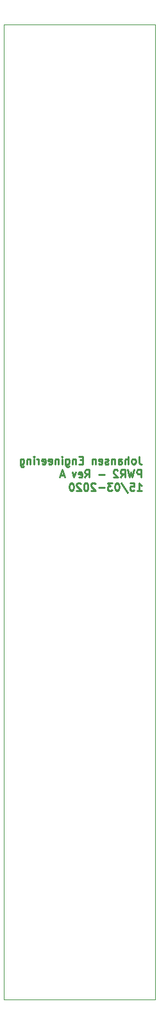
<source format=gbr>
%TF.GenerationSoftware,KiCad,Pcbnew,(5.1.5)-3*%
%TF.CreationDate,2020-03-17T21:30:24+01:00*%
%TF.ProjectId,KicadJE-EuroPowerSupply2-Faceplate,4b696361-644a-4452-9d45-75726f506f77,Rev A*%
%TF.SameCoordinates,Original*%
%TF.FileFunction,Legend,Bot*%
%TF.FilePolarity,Positive*%
%FSLAX46Y46*%
G04 Gerber Fmt 4.6, Leading zero omitted, Abs format (unit mm)*
G04 Created by KiCad (PCBNEW (5.1.5)-3) date 2020-03-17 21:30:24*
%MOMM*%
%LPD*%
G04 APERTURE LIST*
%ADD10C,0.250000*%
%ADD11C,0.050000*%
G04 APERTURE END LIST*
D10*
X8813690Y-92702380D02*
X8813690Y-93416666D01*
X8861309Y-93559523D01*
X8956547Y-93654761D01*
X9099404Y-93702380D01*
X9194642Y-93702380D01*
X8194642Y-93702380D02*
X8289880Y-93654761D01*
X8337500Y-93607142D01*
X8385119Y-93511904D01*
X8385119Y-93226190D01*
X8337500Y-93130952D01*
X8289880Y-93083333D01*
X8194642Y-93035714D01*
X8051785Y-93035714D01*
X7956547Y-93083333D01*
X7908928Y-93130952D01*
X7861309Y-93226190D01*
X7861309Y-93511904D01*
X7908928Y-93607142D01*
X7956547Y-93654761D01*
X8051785Y-93702380D01*
X8194642Y-93702380D01*
X7432738Y-93702380D02*
X7432738Y-92702380D01*
X7004166Y-93702380D02*
X7004166Y-93178571D01*
X7051785Y-93083333D01*
X7147023Y-93035714D01*
X7289880Y-93035714D01*
X7385119Y-93083333D01*
X7432738Y-93130952D01*
X6099404Y-93702380D02*
X6099404Y-93178571D01*
X6147023Y-93083333D01*
X6242261Y-93035714D01*
X6432738Y-93035714D01*
X6527976Y-93083333D01*
X6099404Y-93654761D02*
X6194642Y-93702380D01*
X6432738Y-93702380D01*
X6527976Y-93654761D01*
X6575595Y-93559523D01*
X6575595Y-93464285D01*
X6527976Y-93369047D01*
X6432738Y-93321428D01*
X6194642Y-93321428D01*
X6099404Y-93273809D01*
X5623214Y-93035714D02*
X5623214Y-93702380D01*
X5623214Y-93130952D02*
X5575595Y-93083333D01*
X5480357Y-93035714D01*
X5337500Y-93035714D01*
X5242261Y-93083333D01*
X5194642Y-93178571D01*
X5194642Y-93702380D01*
X4766071Y-93654761D02*
X4670833Y-93702380D01*
X4480357Y-93702380D01*
X4385119Y-93654761D01*
X4337500Y-93559523D01*
X4337500Y-93511904D01*
X4385119Y-93416666D01*
X4480357Y-93369047D01*
X4623214Y-93369047D01*
X4718452Y-93321428D01*
X4766071Y-93226190D01*
X4766071Y-93178571D01*
X4718452Y-93083333D01*
X4623214Y-93035714D01*
X4480357Y-93035714D01*
X4385119Y-93083333D01*
X3527976Y-93654761D02*
X3623214Y-93702380D01*
X3813690Y-93702380D01*
X3908928Y-93654761D01*
X3956547Y-93559523D01*
X3956547Y-93178571D01*
X3908928Y-93083333D01*
X3813690Y-93035714D01*
X3623214Y-93035714D01*
X3527976Y-93083333D01*
X3480357Y-93178571D01*
X3480357Y-93273809D01*
X3956547Y-93369047D01*
X3051785Y-93035714D02*
X3051785Y-93702380D01*
X3051785Y-93130952D02*
X3004166Y-93083333D01*
X2908928Y-93035714D01*
X2766071Y-93035714D01*
X2670833Y-93083333D01*
X2623214Y-93178571D01*
X2623214Y-93702380D01*
X1385119Y-93178571D02*
X1051785Y-93178571D01*
X908928Y-93702380D02*
X1385119Y-93702380D01*
X1385119Y-92702380D01*
X908928Y-92702380D01*
X480357Y-93035714D02*
X480357Y-93702380D01*
X480357Y-93130952D02*
X432738Y-93083333D01*
X337500Y-93035714D01*
X194642Y-93035714D01*
X99404Y-93083333D01*
X51785Y-93178571D01*
X51785Y-93702380D01*
X-852976Y-93035714D02*
X-852976Y-93845238D01*
X-805357Y-93940476D01*
X-757738Y-93988095D01*
X-662499Y-94035714D01*
X-519642Y-94035714D01*
X-424404Y-93988095D01*
X-852976Y-93654761D02*
X-757738Y-93702380D01*
X-567261Y-93702380D01*
X-472023Y-93654761D01*
X-424404Y-93607142D01*
X-376785Y-93511904D01*
X-376785Y-93226190D01*
X-424404Y-93130952D01*
X-472023Y-93083333D01*
X-567261Y-93035714D01*
X-757738Y-93035714D01*
X-852976Y-93083333D01*
X-1329166Y-93702380D02*
X-1329166Y-93035714D01*
X-1329166Y-92702380D02*
X-1281547Y-92750000D01*
X-1329166Y-92797619D01*
X-1376785Y-92750000D01*
X-1329166Y-92702380D01*
X-1329166Y-92797619D01*
X-1805357Y-93035714D02*
X-1805357Y-93702380D01*
X-1805357Y-93130952D02*
X-1852976Y-93083333D01*
X-1948214Y-93035714D01*
X-2091071Y-93035714D01*
X-2186309Y-93083333D01*
X-2233928Y-93178571D01*
X-2233928Y-93702380D01*
X-3091071Y-93654761D02*
X-2995833Y-93702380D01*
X-2805357Y-93702380D01*
X-2710119Y-93654761D01*
X-2662499Y-93559523D01*
X-2662499Y-93178571D01*
X-2710119Y-93083333D01*
X-2805357Y-93035714D01*
X-2995833Y-93035714D01*
X-3091071Y-93083333D01*
X-3138690Y-93178571D01*
X-3138690Y-93273809D01*
X-2662499Y-93369047D01*
X-3948214Y-93654761D02*
X-3852976Y-93702380D01*
X-3662499Y-93702380D01*
X-3567261Y-93654761D01*
X-3519642Y-93559523D01*
X-3519642Y-93178571D01*
X-3567261Y-93083333D01*
X-3662499Y-93035714D01*
X-3852976Y-93035714D01*
X-3948214Y-93083333D01*
X-3995833Y-93178571D01*
X-3995833Y-93273809D01*
X-3519642Y-93369047D01*
X-4424404Y-93702380D02*
X-4424404Y-93035714D01*
X-4424404Y-93226190D02*
X-4472023Y-93130952D01*
X-4519642Y-93083333D01*
X-4614880Y-93035714D01*
X-4710119Y-93035714D01*
X-5043452Y-93702380D02*
X-5043452Y-93035714D01*
X-5043452Y-92702380D02*
X-4995833Y-92750000D01*
X-5043452Y-92797619D01*
X-5091071Y-92750000D01*
X-5043452Y-92702380D01*
X-5043452Y-92797619D01*
X-5519642Y-93035714D02*
X-5519642Y-93702380D01*
X-5519642Y-93130952D02*
X-5567261Y-93083333D01*
X-5662499Y-93035714D01*
X-5805357Y-93035714D01*
X-5900595Y-93083333D01*
X-5948214Y-93178571D01*
X-5948214Y-93702380D01*
X-6852976Y-93035714D02*
X-6852976Y-93845238D01*
X-6805357Y-93940476D01*
X-6757738Y-93988095D01*
X-6662499Y-94035714D01*
X-6519642Y-94035714D01*
X-6424404Y-93988095D01*
X-6852976Y-93654761D02*
X-6757738Y-93702380D01*
X-6567261Y-93702380D01*
X-6472023Y-93654761D01*
X-6424404Y-93607142D01*
X-6376785Y-93511904D01*
X-6376785Y-93226190D01*
X-6424404Y-93130952D01*
X-6472023Y-93083333D01*
X-6567261Y-93035714D01*
X-6757738Y-93035714D01*
X-6852976Y-93083333D01*
X9099404Y-95452380D02*
X9099404Y-94452380D01*
X8718452Y-94452380D01*
X8623214Y-94500000D01*
X8575595Y-94547619D01*
X8527976Y-94642857D01*
X8527976Y-94785714D01*
X8575595Y-94880952D01*
X8623214Y-94928571D01*
X8718452Y-94976190D01*
X9099404Y-94976190D01*
X8194642Y-94452380D02*
X7956547Y-95452380D01*
X7766071Y-94738095D01*
X7575595Y-95452380D01*
X7337500Y-94452380D01*
X6385119Y-95452380D02*
X6718452Y-94976190D01*
X6956547Y-95452380D02*
X6956547Y-94452380D01*
X6575595Y-94452380D01*
X6480357Y-94500000D01*
X6432738Y-94547619D01*
X6385119Y-94642857D01*
X6385119Y-94785714D01*
X6432738Y-94880952D01*
X6480357Y-94928571D01*
X6575595Y-94976190D01*
X6956547Y-94976190D01*
X6004166Y-94547619D02*
X5956547Y-94500000D01*
X5861309Y-94452380D01*
X5623214Y-94452380D01*
X5527976Y-94500000D01*
X5480357Y-94547619D01*
X5432738Y-94642857D01*
X5432738Y-94738095D01*
X5480357Y-94880952D01*
X6051785Y-95452380D01*
X5432738Y-95452380D01*
X4242261Y-95071428D02*
X3480357Y-95071428D01*
X1670833Y-95452380D02*
X2004166Y-94976190D01*
X2242261Y-95452380D02*
X2242261Y-94452380D01*
X1861309Y-94452380D01*
X1766071Y-94500000D01*
X1718452Y-94547619D01*
X1670833Y-94642857D01*
X1670833Y-94785714D01*
X1718452Y-94880952D01*
X1766071Y-94928571D01*
X1861309Y-94976190D01*
X2242261Y-94976190D01*
X861309Y-95404761D02*
X956547Y-95452380D01*
X1147023Y-95452380D01*
X1242261Y-95404761D01*
X1289880Y-95309523D01*
X1289880Y-94928571D01*
X1242261Y-94833333D01*
X1147023Y-94785714D01*
X956547Y-94785714D01*
X861309Y-94833333D01*
X813690Y-94928571D01*
X813690Y-95023809D01*
X1289880Y-95119047D01*
X480357Y-94785714D02*
X242261Y-95452380D01*
X4166Y-94785714D01*
X-1091071Y-95166666D02*
X-1567261Y-95166666D01*
X-995833Y-95452380D02*
X-1329166Y-94452380D01*
X-1662500Y-95452380D01*
X8575595Y-97202380D02*
X9147023Y-97202380D01*
X8861309Y-97202380D02*
X8861309Y-96202380D01*
X8956547Y-96345238D01*
X9051785Y-96440476D01*
X9147023Y-96488095D01*
X7670833Y-96202380D02*
X8147023Y-96202380D01*
X8194642Y-96678571D01*
X8147023Y-96630952D01*
X8051785Y-96583333D01*
X7813690Y-96583333D01*
X7718452Y-96630952D01*
X7670833Y-96678571D01*
X7623214Y-96773809D01*
X7623214Y-97011904D01*
X7670833Y-97107142D01*
X7718452Y-97154761D01*
X7813690Y-97202380D01*
X8051785Y-97202380D01*
X8147023Y-97154761D01*
X8194642Y-97107142D01*
X6480357Y-96154761D02*
X7337500Y-97440476D01*
X5956547Y-96202380D02*
X5861309Y-96202380D01*
X5766071Y-96250000D01*
X5718452Y-96297619D01*
X5670833Y-96392857D01*
X5623214Y-96583333D01*
X5623214Y-96821428D01*
X5670833Y-97011904D01*
X5718452Y-97107142D01*
X5766071Y-97154761D01*
X5861309Y-97202380D01*
X5956547Y-97202380D01*
X6051785Y-97154761D01*
X6099404Y-97107142D01*
X6147023Y-97011904D01*
X6194642Y-96821428D01*
X6194642Y-96583333D01*
X6147023Y-96392857D01*
X6099404Y-96297619D01*
X6051785Y-96250000D01*
X5956547Y-96202380D01*
X5289880Y-96202380D02*
X4670833Y-96202380D01*
X5004166Y-96583333D01*
X4861309Y-96583333D01*
X4766071Y-96630952D01*
X4718452Y-96678571D01*
X4670833Y-96773809D01*
X4670833Y-97011904D01*
X4718452Y-97107142D01*
X4766071Y-97154761D01*
X4861309Y-97202380D01*
X5147023Y-97202380D01*
X5242261Y-97154761D01*
X5289880Y-97107142D01*
X4242261Y-96821428D02*
X3480357Y-96821428D01*
X3051785Y-96297619D02*
X3004166Y-96250000D01*
X2908928Y-96202380D01*
X2670833Y-96202380D01*
X2575595Y-96250000D01*
X2527976Y-96297619D01*
X2480357Y-96392857D01*
X2480357Y-96488095D01*
X2527976Y-96630952D01*
X3099404Y-97202380D01*
X2480357Y-97202380D01*
X1861309Y-96202380D02*
X1766071Y-96202380D01*
X1670833Y-96250000D01*
X1623214Y-96297619D01*
X1575595Y-96392857D01*
X1527976Y-96583333D01*
X1527976Y-96821428D01*
X1575595Y-97011904D01*
X1623214Y-97107142D01*
X1670833Y-97154761D01*
X1766071Y-97202380D01*
X1861309Y-97202380D01*
X1956547Y-97154761D01*
X2004166Y-97107142D01*
X2051785Y-97011904D01*
X2099404Y-96821428D01*
X2099404Y-96583333D01*
X2051785Y-96392857D01*
X2004166Y-96297619D01*
X1956547Y-96250000D01*
X1861309Y-96202380D01*
X1147023Y-96297619D02*
X1099404Y-96250000D01*
X1004166Y-96202380D01*
X766071Y-96202380D01*
X670833Y-96250000D01*
X623214Y-96297619D01*
X575595Y-96392857D01*
X575595Y-96488095D01*
X623214Y-96630952D01*
X1194642Y-97202380D01*
X575595Y-97202380D01*
X-43452Y-96202380D02*
X-138690Y-96202380D01*
X-233928Y-96250000D01*
X-281547Y-96297619D01*
X-329166Y-96392857D01*
X-376785Y-96583333D01*
X-376785Y-96821428D01*
X-329166Y-97011904D01*
X-281547Y-97107142D01*
X-233928Y-97154761D01*
X-138690Y-97202380D01*
X-43452Y-97202380D01*
X51785Y-97154761D01*
X99404Y-97107142D01*
X147023Y-97011904D01*
X194642Y-96821428D01*
X194642Y-96583333D01*
X147023Y-96392857D01*
X99404Y-96297619D01*
X51785Y-96250000D01*
X-43452Y-96202380D01*
D11*
X-9000000Y-164000000D02*
X-9000000Y-36000000D01*
X11000000Y-164000000D02*
X-9000000Y-164000000D01*
X11000000Y-36000000D02*
X11000000Y-164000000D01*
X-9000000Y-36000000D02*
X11000000Y-36000000D01*
M02*

</source>
